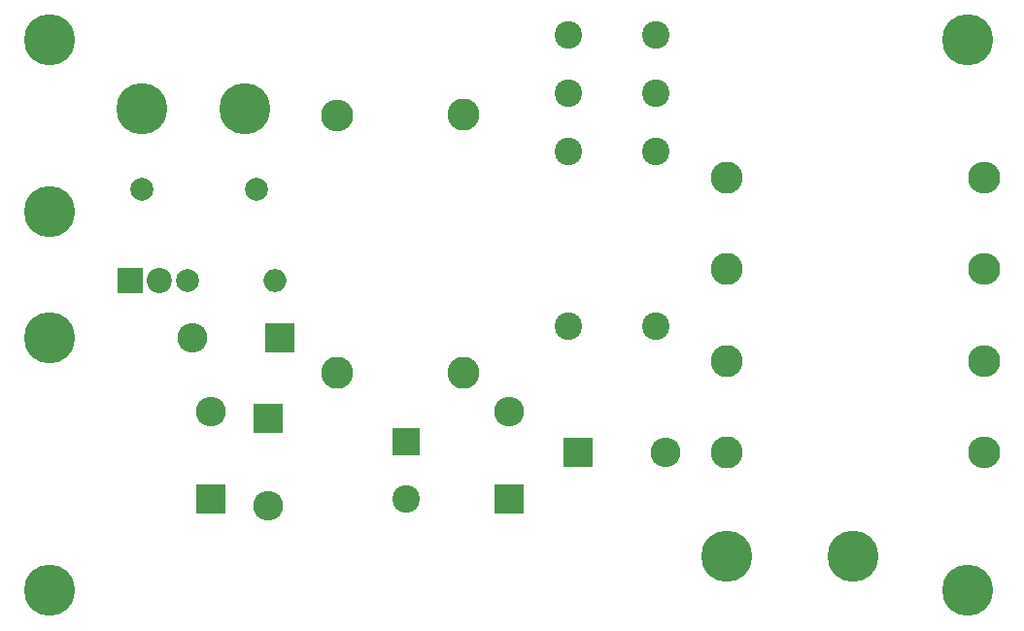
<source format=gbr>
G04 #@! TF.FileFunction,Soldermask,Top*
%FSLAX46Y46*%
G04 Gerber Fmt 4.6, Leading zero omitted, Abs format (unit mm)*
G04 Created by KiCad (PCBNEW 4.0.7) date 08/23/20 20:58:51*
%MOMM*%
%LPD*%
G01*
G04 APERTURE LIST*
%ADD10C,0.100000*%
%ADD11C,2.000000*%
%ADD12C,2.800000*%
%ADD13R,2.400000X2.400000*%
%ADD14C,2.400000*%
%ADD15R,2.600000X2.600000*%
%ADD16O,2.600000X2.600000*%
%ADD17R,2.200000X2.200000*%
%ADD18C,2.200000*%
%ADD19C,4.464000*%
%ADD20O,2.800000X2.800000*%
%ADD21O,2.000000X2.000000*%
G04 APERTURE END LIST*
D10*
D11*
X118000000Y-42000000D03*
X108000000Y-42000000D03*
D12*
X136000000Y-58000000D03*
X136000000Y-35500000D03*
D13*
X131000000Y-64000000D03*
D14*
X131000000Y-69000000D03*
D15*
X140000000Y-69000000D03*
D16*
X140000000Y-61380000D03*
D15*
X146000000Y-65000000D03*
D16*
X153620000Y-65000000D03*
D15*
X119000000Y-62000000D03*
D16*
X119000000Y-69620000D03*
D15*
X114000000Y-69000000D03*
D16*
X114000000Y-61380000D03*
D15*
X120000000Y-55000000D03*
D16*
X112380000Y-55000000D03*
D17*
X107000000Y-50000000D03*
D18*
X109540000Y-50000000D03*
D19*
X100000000Y-44000000D03*
X100000000Y-55000000D03*
X108000000Y-35000000D03*
X117000000Y-35000000D03*
X159000000Y-74000000D03*
X170000000Y-74000000D03*
D12*
X125000000Y-58000000D03*
D20*
X125000000Y-35600000D03*
D11*
X112000000Y-50000000D03*
D21*
X119620000Y-50000000D03*
D12*
X159000000Y-41000000D03*
D20*
X181400000Y-41000000D03*
D12*
X159000000Y-65000000D03*
D20*
X181400000Y-65000000D03*
D12*
X159000000Y-57000000D03*
D20*
X181400000Y-57000000D03*
D12*
X159000000Y-49000000D03*
D20*
X181400000Y-49000000D03*
D14*
X145200000Y-54000000D03*
X145200000Y-38760000D03*
X145200000Y-28600000D03*
X145200000Y-33680000D03*
X152800000Y-54000000D03*
X152800000Y-33680000D03*
X152800000Y-38760000D03*
X152800000Y-28600000D03*
D19*
X180000000Y-77000000D03*
X180000000Y-29000000D03*
X100000000Y-29000000D03*
X100000000Y-77000000D03*
M02*

</source>
